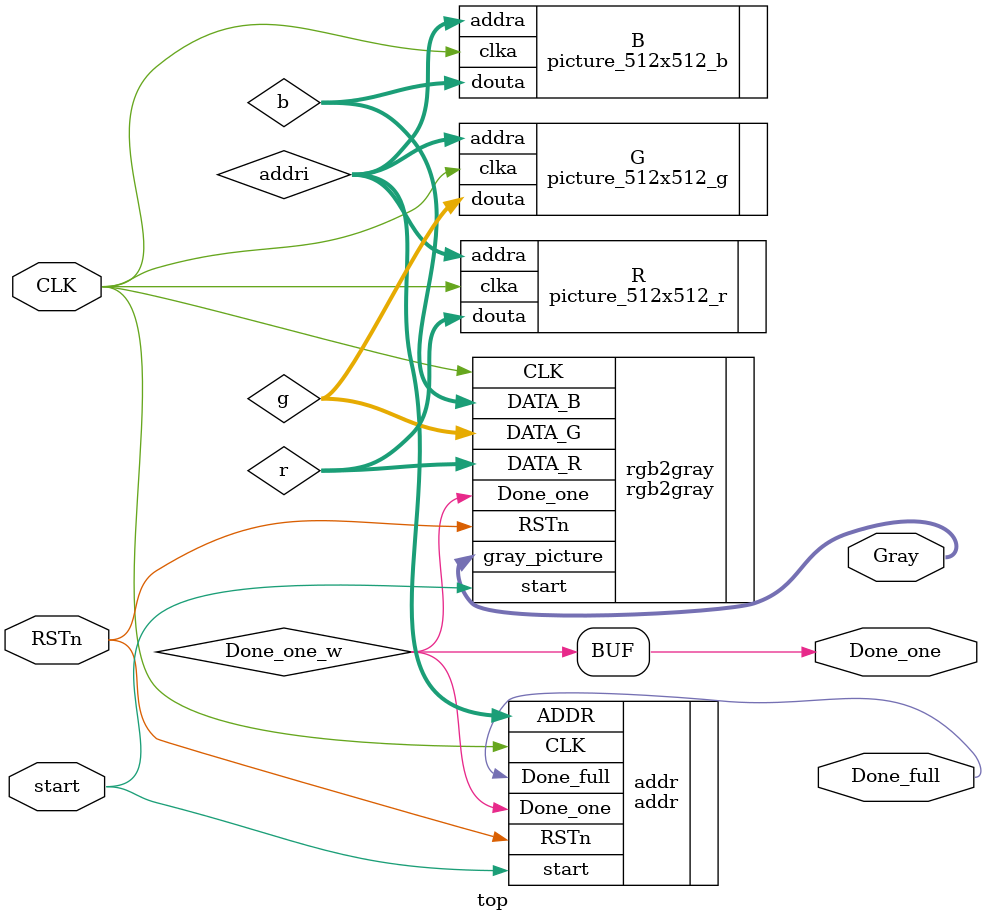
<source format=v>
module top#(
	parameter DATAWIDTH = 8,
	parameter ADDRWIDTH = 18
)
(
	input 						CLK,
	input 						RSTn,
	input 						start,
	output [ DATAWIDTH - 1 :0 ] Gray,
	output					    Done_full,
	output                      Done_one
);

wire [ ADDRWIDTH - 1 :0 ] addri;
wire [ DATAWIDTH - 1 :0 ] r;
wire [ DATAWIDTH - 1 :0 ] g;
wire [ DATAWIDTH - 1 :0 ] b;
wire                      Done_one_w;

addr addr (.CLK(CLK),
           .start(start),
           .Done_one(Done_one_w),
		   .RSTn(RSTn),
		   .ADDR(addri),
		   .Done_full(Done_full));
picture_512x512_r R (.clka(CLK),
				   .addra(addri),
				   .douta(r));
picture_512x512_g G (.clka(CLK),
				   .addra(addri),
				   .douta(g));
picture_512x512_b B (.clka(CLK),
				   .addra(addri),
				   .douta(b));
				   
rgb2gray rgb2gray (.CLK(CLK),
				   .RSTn(RSTn),
				   .start(start),
				   .DATA_R(r),
				   .DATA_G(g),
				   .DATA_B(b),
				   .gray_picture(Gray),
				   .Done_one(Done_one_w));
				   
assign Done_one = Done_one_w;
endmodule
</source>
